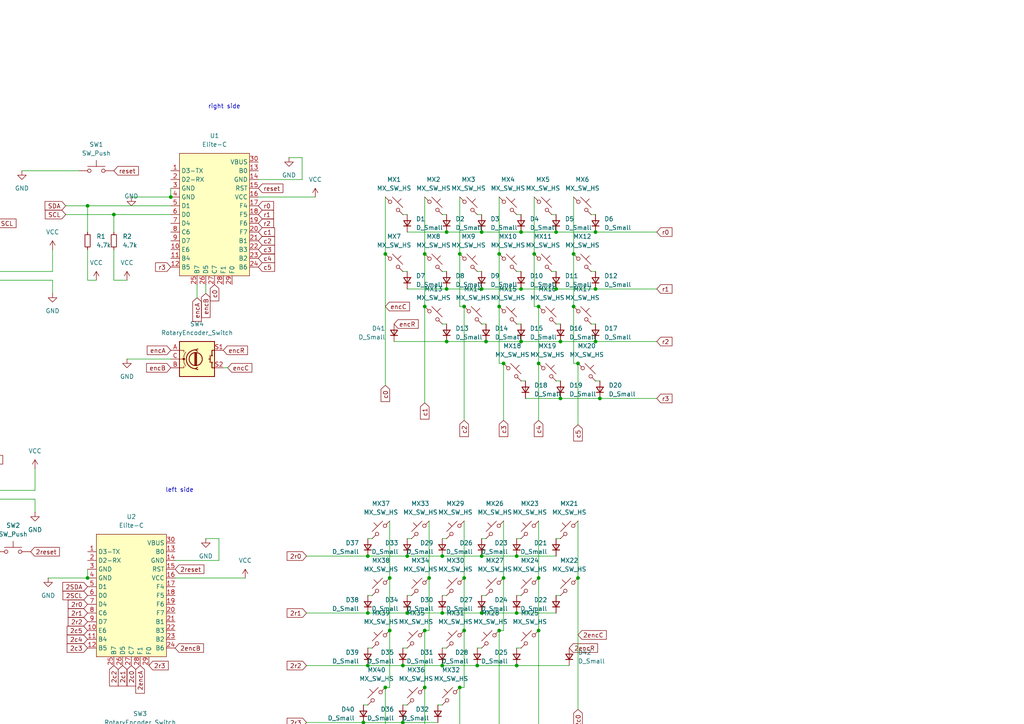
<source format=kicad_sch>
(kicad_sch (version 20231120) (generator "eeschema") (generator_version "8.0")
  (paper "A4")
  (lib_symbols
    (symbol "Connector_Audio:AudioJack4"
      (property "Reference" "J" (at 0 8.89 0))
      (property "Value" "AudioJack4" (at 0 6.35 0))
      (symbol "AudioJack4_1_1"
        (pin passive line (at 5.08 -2.54 180) (length 2.54) (name "~") (number "R1"))
        (pin passive line (at 5.08 0 180) (length 2.54) (name "~") (number "R2"))
        (pin passive line (at 5.08 2.54 180) (length 2.54) (name "~") (number "S"))
        (pin passive line (at 5.08 -5.08 180) (length 2.54) (name "~") (number "T"))
      )
    )
    (symbol "Device:D_Small" (pin_numbers hide) (pin_names (offset 0.254) hide)
      (property "Reference" "D" (at -1.27 2.032 0))
      (property "Value" "D_Small" (at -3.81 -2.032 0))
      (symbol "D_Small_1_1"
        (pin passive line (at -2.54 0 0) (length 1.778) (name "K") (number "1"))
        (pin passive line (at 2.54 0 180) (length 1.778) (name "A") (number "2"))
      )
    )
    (symbol "Device:R_Small" (pin_numbers hide) (pin_names (offset 0.254) hide)
      (property "Reference" "R" (at 0.762 0.508 0))
      (property "Value" "R_Small" (at 0.762 -1.016 0))
      (symbol "R_Small_1_1"
        (pin passive line (at 0 2.54 270) (length 0.762) (name "~") (number "1"))
        (pin passive line (at 0 -2.54 90) (length 0.762) (name "~") (number "2"))
      )
    )
    (symbol "Device:RotaryEncoder_Switch" (pin_names (offset 0.254) hide)
      (property "Reference" "SW" (at 0 6.604 0))
      (property "Value" "RotaryEncoder_Switch" (at 0 -6.604 0))
      (symbol "RotaryEncoder_Switch_1_1"
        (pin passive line (at -7.62 2.54 0) (length 2.54) (name "A") (number "A"))
        (pin passive line (at -7.62 -2.54 0) (length 2.54) (name "B") (number "B"))
        (pin passive line (at -7.62 0 0) (length 2.54) (name "C") (number "C"))
        (pin passive line (at 7.62 2.54 180) (length 2.54) (name "S1") (number "S1"))
        (pin passive line (at 7.62 -2.54 180) (length 2.54) (name "S2") (number "S2"))
      )
    )
    (symbol "PCM_marbastlib-mx:MX_SW_HS_CPG151101S11" (pin_numbers hide) (pin_names (offset 1.016) hide)
      (property "Reference" "MX" (at 3.048 1.016 0))
      (property "Value" "MX_SW_HS" (at 0 -3.81 0))
      (symbol "MX_SW_HS_CPG151101S11_0_1"
        (pin passive line (at -2.54 2.54 0) (length 0) (name "1") (number "1"))
        (pin passive line (at 2.54 -2.54 180) (length 0) (name "2") (number "2"))
      )
    )
    (symbol "PCM_marbastlib-promicroish:Elite-C" (in_bom no)
      (property "Reference" "U" (at 0 22.86 0))
      (property "Value" "Elite-C" (at 0 20.32 0))
      (symbol "Elite-C_0_0"
        (pin bidirectional line (at -12.7 13.97 0) (length 2.54) (name "D3-TX") (number "1"))
        (pin bidirectional line (at -12.7 -8.89 0) (length 2.54) (name "E6") (number "10"))
        (pin bidirectional line (at -12.7 -11.43 0) (length 2.54) (name "B4") (number "11"))
        (pin bidirectional line (at -12.7 -13.97 0) (length 2.54) (name "B5") (number "12"))
        (pin power_out line (at 12.7 11.43 180) (length 2.54) (name "GND") (number "14"))
        (pin bidirectional line (at 12.7 8.89 180) (length 2.54) (name "RST") (number "15"))
        (pin bidirectional line (at 12.7 3.81 180) (length 2.54) (name "F4") (number "17"))
        (pin bidirectional line (at 12.7 1.27 180) (length 2.54) (name "F5") (number "18"))
        (pin bidirectional line (at 12.7 -1.27 180) (length 2.54) (name "F6") (number "19"))
        (pin bidirectional line (at -12.7 11.43 0) (length 2.54) (name "D2-RX") (number "2"))
        (pin bidirectional line (at 12.7 -3.81 180) (length 2.54) (name "F7") (number "20"))
        (pin bidirectional line (at 12.7 -6.35 180) (length 2.54) (name "B1") (number "21"))
        (pin bidirectional line (at 12.7 -8.89 180) (length 2.54) (name "B3") (number "22"))
        (pin bidirectional line (at 12.7 -11.43 180) (length 2.54) (name "B2") (number "23"))
        (pin bidirectional line (at 12.7 -13.97 180) (length 2.54) (name "B6") (number "24"))
        (pin power_out line (at -12.7 8.89 0) (length 2.54) (name "GND") (number "3"))
        (pin power_out line (at -12.7 6.35 0) (length 2.54) (name "GND") (number "4"))
        (pin bidirectional line (at -12.7 3.81 0) (length 2.54) (name "D1") (number "5"))
        (pin bidirectional line (at -12.7 1.27 0) (length 2.54) (name "D0") (number "6"))
        (pin bidirectional line (at -12.7 -1.27 0) (length 2.54) (name "D4") (number "7"))
        (pin bidirectional line (at -12.7 -3.81 0) (length 2.54) (name "C6") (number "8"))
        (pin bidirectional line (at -12.7 -6.35 0) (length 2.54) (name "D7") (number "9"))
      )
      (symbol "Elite-C_1_0"
        (pin bidirectional line (at 12.7 13.97 180) (length 2.54) (name "B0") (number "13"))
        (pin power_out line (at 12.7 6.35 180) (length 2.54) (name "VCC") (number "16"))
        (pin bidirectional line (at -5.08 -19.05 90) (length 2.54) (name "B7") (number "25"))
        (pin bidirectional line (at -2.54 -19.05 90) (length 2.54) (name "D5") (number "26"))
        (pin bidirectional line (at 0 -19.05 90) (length 2.54) (name "C7") (number "27"))
        (pin bidirectional line (at 2.54 -19.05 90) (length 2.54) (name "F1") (number "28"))
        (pin bidirectional line (at 5.08 -19.05 90) (length 2.54) (name "F0") (number "29"))
        (pin power_in line (at 12.7 16.51 180) (length 2.54) (name "VBUS") (number "30"))
      )
    )
    (symbol "Switch:SW_Push" (pin_numbers hide) (pin_names (offset 1.016) hide)
      (property "Reference" "SW" (at 1.27 2.54 0))
      (property "Value" "SW_Push" (at 0 -1.524 0))
      (symbol "SW_Push_0_1"
        (pin passive line (at -5.08 0 0) (length 2.54) (name "1") (number "1"))
        (pin passive line (at 5.08 0 180) (length 2.54) (name "2") (number "2"))
      )
    )
    (symbol "power:GND" (power) (pin_numbers hide) (pin_names (offset 0) hide)
      (property "Value" "GND" (at 0 -3.81 0))
      (symbol "GND_1_1"
        (pin power_in line (at 0 0 270) (length 0) (name "~") (number "1"))
      )
    )
    (symbol "power:VCC" (power) (pin_numbers hide) (pin_names (offset 0) hide)
      (property "Value" "VCC" (at 0 3.556 0))
      (symbol "VCC_1_1"
        (pin power_in line (at 0 0 90) (length 0) (name "~") (number "1"))
      )
    )
  )
  (junction (at 151.13 67.31))
  (junction (at 162.56 99.06))
  (junction (at 156.21 182.88))
  (junction (at 33.02 62.23))
  (junction (at 139.7 177.8))
  (junction (at 123.19 199.39))
  (junction (at 106.68 161.29))
  (junction (at 139.7 67.31))
  (junction (at 139.7 83.82))
  (junction (at 123.19 88.9))
  (junction (at 25.4 167.64))
  (junction (at 167.64 105.41))
  (junction (at 172.72 67.31))
  (junction (at 129.54 99.06))
  (junction (at 128.27 161.29))
  (junction (at 25.4 59.69))
  (junction (at 128.27 177.8))
  (junction (at 149.86 177.8))
  (junction (at 133.35 73.66))
  (junction (at 140.97 99.06))
  (junction (at 111.76 73.66))
  (junction (at 134.62 182.88))
  (junction (at 128.27 193.04))
  (junction (at 118.11 161.29))
  (junction (at 156.21 88.9))
  (junction (at 172.72 99.06))
  (junction (at 144.78 182.88))
  (junction (at 166.37 88.9))
  (junction (at 144.78 88.9))
  (junction (at 144.78 73.66))
  (junction (at 139.7 161.29))
  (junction (at 172.72 83.82))
  (junction (at 113.03 167.64))
  (junction (at 138.43 193.04))
  (junction (at 151.13 99.06))
  (junction (at 173.99 115.57))
  (junction (at 118.11 177.8))
  (junction (at 116.84 209.55))
  (junction (at 156.21 105.41))
  (junction (at 149.86 161.29))
  (junction (at 123.19 182.88))
  (junction (at 161.29 67.31))
  (junction (at 134.62 88.9))
  (junction (at 49.53 57.15))
  (junction (at 134.62 167.64))
  (junction (at 105.41 209.55))
  (junction (at 106.68 177.8))
  (junction (at 167.64 167.64))
  (junction (at 129.54 83.82))
  (junction (at 151.13 83.82))
  (junction (at 124.46 167.64))
  (junction (at 129.54 67.31))
  (junction (at 123.19 73.66))
  (junction (at 162.56 115.57))
  (junction (at 146.05 105.41))
  (junction (at 146.05 167.64))
  (junction (at 133.35 199.39))
  (junction (at 166.37 73.66))
  (junction (at 106.68 193.04))
  (junction (at 116.84 193.04))
  (junction (at 111.76 199.39))
  (junction (at 156.21 167.64))
  (junction (at 154.94 73.66))
  (junction (at 149.86 193.04))
  (junction (at 161.29 83.82))
  (junction (at 113.03 182.88))
  (wire (pts (xy 171.45 62.23) (xy 172.72 62.23)))
  (wire (pts (xy 140.97 156.21) (xy 139.7 156.21)))
  (wire (pts (xy 151.13 156.21) (xy 149.86 156.21)))
  (wire (pts (xy 166.37 57.15) (xy 166.37 73.66)))
  (wire (pts (xy 133.35 73.66) (xy 133.35 88.9)))
  (wire (pts (xy 167.64 167.64) (xy 167.64 205.74)))
  (wire (pts (xy 116.84 78.74) (xy 118.11 78.74)))
  (wire (pts (xy 128.27 193.04) (xy 116.84 193.04)))
  (wire (pts (xy 134.62 88.9) (xy 134.62 121.92)))
  (wire (pts (xy 167.64 105.41) (xy 167.64 123.19)))
  (wire (pts (xy 156.21 88.9) (xy 156.21 105.41)))
  (wire (pts (xy 74.93 57.15) (xy 91.44 57.15)))
  (wire (pts (xy 133.35 199.39) (xy 133.35 215.9)))
  (wire (pts (xy 124.46 151.13) (xy 124.46 167.64)))
  (wire (pts (xy 172.72 83.82) (xy 190.5 83.82)))
  (wire (pts (xy 25.4 59.69) (xy 25.4 67.31)))
  (wire (pts (xy 129.54 187.96) (xy 128.27 187.96)))
  (wire (pts (xy 171.45 78.74) (xy 172.72 78.74)))
  (wire (pts (xy 25.4 72.39) (xy 25.4 81.28)))
  (wire (pts (xy 129.54 67.31) (xy 139.7 67.31)))
  (wire (pts (xy 25.4 165.1) (xy 25.4 167.64)))
  (wire (pts (xy 63.5 156.21) (xy 59.69 156.21)))
  (wire (pts (xy 128.27 78.74) (xy 129.54 78.74)))
  (wire (pts (xy 116.84 193.04) (xy 106.68 193.04)))
  (wire (pts (xy 156.21 151.13) (xy 156.21 167.64)))
  (wire (pts (xy 114.3 99.06) (xy 129.54 99.06)))
  (wire (pts (xy 123.19 199.39) (xy 123.19 215.9)))
  (wire (pts (xy 107.95 187.96) (xy 106.68 187.96)))
  (wire (pts (xy 138.43 62.23) (xy 139.7 62.23)))
  (wire (pts (xy 133.35 88.9) (xy 134.62 88.9)))
  (wire (pts (xy 118.11 187.96) (xy 116.84 187.96)))
  (wire (pts (xy 106.68 177.8) (xy 88.9 177.8)))
  (wire (pts (xy 19.05 62.23) (xy 33.02 62.23)))
  (wire (pts (xy 161.29 177.8) (xy 149.86 177.8)))
  (wire (pts (xy 25.4 81.28) (xy 27.94 81.28)))
  (wire (pts (xy -5.08 64.77) (xy -5.08 83.82)))
  (wire (pts (xy 149.86 193.04) (xy 138.43 193.04)))
  (wire (pts (xy 59.69 85.09) (xy 59.69 82.55)))
  (wire (pts (xy 113.03 167.64) (xy 113.03 182.88)))
  (wire (pts (xy 152.4 115.57) (xy 162.56 115.57)))
  (wire (pts (xy 123.19 57.15) (xy 123.19 73.66)))
  (wire (pts (xy 167.64 151.13) (xy 167.64 167.64)))
  (wire (pts (xy 151.13 110.49) (xy 152.4 110.49)))
  (wire (pts (xy 134.62 199.39) (xy 133.35 199.39)))
  (wire (pts (xy 33.02 62.23) (xy 33.02 67.31)))
  (wire (pts (xy 128.27 204.47) (xy 127 204.47)))
  (wire (pts (xy -5.08 83.82) (xy -30.48 83.82)))
  (wire (pts (xy 38.1 57.15) (xy 49.53 57.15)))
  (wire (pts (xy 162.56 115.57) (xy 173.99 115.57)))
  (wire (pts (xy 15.24 72.39) (xy 15.24 78.74)))
  (wire (pts (xy -35.56 142.24) (xy 10.16 142.24)))
  (wire (pts (xy 128.27 177.8) (xy 118.11 177.8)))
  (wire (pts (xy 123.19 182.88) (xy 123.19 199.39)))
  (wire (pts (xy 87.63 45.72) (xy 83.82 45.72)))
  (wire (pts (xy 166.37 105.41) (xy 167.64 105.41)))
  (wire (pts (xy 123.19 73.66) (xy 123.19 88.9)))
  (wire (pts (xy 154.94 73.66) (xy 154.94 88.9)))
  (wire (pts (xy 166.37 73.66) (xy 166.37 88.9)))
  (wire (pts (xy 160.02 78.74) (xy 161.29 78.74)))
  (wire (pts (xy 171.45 93.98) (xy 172.72 93.98)))
  (wire (pts (xy 144.78 182.88) (xy 144.78 215.9)))
  (wire (pts (xy 146.05 151.13) (xy 146.05 167.64)))
  (wire (pts (xy 149.86 78.74) (xy 151.13 78.74)))
  (wire (pts (xy 118.11 67.31) (xy 129.54 67.31)))
  (wire (pts (xy 146.05 182.88) (xy 144.78 182.88)))
  (wire (pts (xy -30.48 78.74) (xy 15.24 78.74)))
  (wire (pts (xy 113.03 182.88) (xy 113.03 199.39)))
  (wire (pts (xy 138.43 78.74) (xy 139.7 78.74)))
  (wire (pts (xy 140.97 172.72) (xy 139.7 172.72)))
  (wire (pts (xy 144.78 88.9) (xy 144.78 105.41)))
  (wire (pts (xy -16.51 128.27) (xy -16.51 139.7)))
  (wire (pts (xy 113.03 151.13) (xy 113.03 167.64)))
  (wire (pts (xy 156.21 182.88) (xy 156.21 210.82)))
  (wire (pts (xy 106.68 204.47) (xy 105.41 204.47)))
  (wire (pts (xy 139.7 177.8) (xy 128.27 177.8)))
  (wire (pts (xy 128.27 161.29) (xy 118.11 161.29)))
  (wire (pts (xy -10.16 147.32) (xy -35.56 147.32)))
  (wire (pts (xy 63.5 162.56) (xy 50.8 162.56)))
  (wire (pts (xy 113.03 199.39) (xy 111.76 199.39)))
  (wire (pts (xy -5.08 64.77) (xy -1.27 64.77)))
  (wire (pts (xy 128.27 93.98) (xy 129.54 93.98)))
  (wire (pts (xy -16.51 139.7) (xy -35.56 139.7)))
  (wire (pts (xy 25.4 59.69) (xy 49.53 59.69)))
  (wire (pts (xy 50.8 167.64) (xy 71.12 167.64)))
  (wire (pts (xy 6.35 49.53) (xy 22.86 49.53)))
  (wire (pts (xy 139.7 161.29) (xy 128.27 161.29)))
  (wire (pts (xy 133.35 57.15) (xy 133.35 73.66)))
  (wire (pts (xy 144.78 57.15) (xy 144.78 73.66)))
  (wire (pts (xy 19.05 59.69) (xy 25.4 59.69)))
  (wire (pts (xy 139.7 187.96) (xy 138.43 187.96)))
  (wire (pts (xy 119.38 156.21) (xy 118.11 156.21)))
  (wire (pts (xy 123.19 88.9) (xy 123.19 116.84)))
  (wire (pts (xy 172.72 110.49) (xy 173.99 110.49)))
  (wire (pts (xy 33.02 81.28) (xy 36.83 81.28)))
  (wire (pts (xy 161.29 83.82) (xy 172.72 83.82)))
  (wire (pts (xy 140.97 99.06) (xy 151.13 99.06)))
  (wire (pts (xy 139.7 67.31) (xy 151.13 67.31)))
  (wire (pts (xy 146.05 167.64) (xy 146.05 182.88)))
  (wire (pts (xy 134.62 151.13) (xy 134.62 167.64)))
  (wire (pts (xy 149.86 161.29) (xy 139.7 161.29)))
  (wire (pts (xy 87.63 52.07) (xy 74.93 52.07)))
  (wire (pts (xy 128.27 62.23) (xy 129.54 62.23)))
  (wire (pts (xy -10.16 133.35) (xy -10.16 147.32)))
  (wire (pts (xy 151.13 187.96) (xy 149.86 187.96)))
  (wire (pts (xy 166.37 88.9) (xy 166.37 105.41)))
  (wire (pts (xy 161.29 93.98) (xy 162.56 93.98)))
  (wire (pts (xy 156.21 167.64) (xy 156.21 182.88)))
  (wire (pts (xy 36.83 104.14) (xy 49.53 104.14)))
  (wire (pts (xy 154.94 57.15) (xy 154.94 73.66)))
  (wire (pts (xy 156.21 105.41) (xy 156.21 121.92)))
  (wire (pts (xy 151.13 67.31) (xy 161.29 67.31)))
  (wire (pts (xy 57.15 86.36) (xy 57.15 82.55)))
  (wire (pts (xy -17.78 160.02) (xy -1.27 160.02)))
  (wire (pts (xy 161.29 67.31) (xy 172.72 67.31)))
  (wire (pts (xy 144.78 73.66) (xy 144.78 88.9)))
  (wire (pts (xy 111.76 199.39) (xy 111.76 217.17)))
  (wire (pts (xy 33.02 62.23) (xy 49.53 62.23)))
  (wire (pts (xy 173.99 115.57) (xy 190.5 115.57)))
  (wire (pts (xy 118.11 161.29) (xy 106.68 161.29)))
  (wire (pts (xy 172.72 67.31) (xy 190.5 67.31)))
  (wire (pts (xy 66.04 106.68) (xy 64.77 106.68)))
  (wire (pts (xy 149.86 93.98) (xy 151.13 93.98)))
  (wire (pts (xy 134.62 167.64) (xy 134.62 182.88)))
  (wire (pts (xy 129.54 99.06) (xy 140.97 99.06)))
  (wire (pts (xy 116.84 62.23) (xy 118.11 62.23)))
  (wire (pts (xy 127 209.55) (xy 116.84 209.55)))
  (wire (pts (xy 138.43 193.04) (xy 128.27 193.04)))
  (wire (pts (xy 33.02 72.39) (xy 33.02 81.28)))
  (wire (pts (xy 146.05 105.41) (xy 146.05 121.92)))
  (wire (pts (xy 63.5 156.21) (xy 63.5 162.56)))
  (wire (pts (xy 124.46 182.88) (xy 123.19 182.88)))
  (wire (pts (xy -11.43 76.2) (xy -30.48 76.2)))
  (wire (pts (xy 13.97 167.64) (xy 25.4 167.64)))
  (wire (pts (xy 134.62 182.88) (xy 134.62 199.39)))
  (wire (pts (xy 118.11 204.47) (xy 116.84 204.47)))
  (wire (pts (xy 124.46 167.64) (xy 124.46 182.88)))
  (wire (pts (xy 154.94 88.9) (xy 156.21 88.9)))
  (wire (pts (xy 160.02 62.23) (xy 161.29 62.23)))
  (wire (pts (xy 87.63 45.72) (xy 87.63 52.07)))
  (wire (pts (xy 105.41 209.55) (xy 88.9 209.55)))
  (wire (pts (xy 129.54 172.72) (xy 128.27 172.72)))
  (wire (pts (xy 172.72 99.06) (xy 190.5 99.06)))
  (wire (pts (xy 161.29 161.29) (xy 149.86 161.29)))
  (wire (pts (xy 106.68 161.29) (xy 88.9 161.29)))
  (wire (pts (xy 162.56 156.21) (xy 161.29 156.21)))
  (wire (pts (xy 107.95 156.21) (xy 106.68 156.21)))
  (wire (pts (xy 116.84 209.55) (xy 105.41 209.55)))
  (wire (pts (xy 162.56 172.72) (xy 161.29 172.72)))
  (wire (pts (xy 119.38 172.72) (xy 118.11 172.72)))
  (wire (pts (xy 19.05 217.17) (xy 33.02 217.17)))
  (wire (pts (xy -11.43 64.77) (xy -11.43 76.2)))
  (wire (pts (xy 111.76 57.15) (xy 111.76 73.66)))
  (wire (pts (xy 118.11 83.82) (xy 129.54 83.82)))
  (wire (pts (xy 107.95 172.72) (xy 106.68 172.72)))
  (wire (pts (xy 139.7 93.98) (xy 140.97 93.98)))
  (wire (pts (xy -35.56 144.78) (xy 10.16 144.78)))
  (wire (pts (xy 111.76 73.66) (xy 111.76 111.76)))
  (wire (pts (xy 162.56 99.06) (xy 172.72 99.06)))
  (wire (pts (xy 149.86 62.23) (xy 151.13 62.23)))
  (wire (pts (xy 129.54 83.82) (xy 139.7 83.82)))
  (wire (pts (xy 139.7 83.82) (xy 151.13 83.82)))
  (wire (pts (xy 106.68 193.04) (xy 88.9 193.04)))
  (wire (pts (xy 151.13 99.06) (xy 162.56 99.06)))
  (wire (pts (xy -10.16 133.35) (xy -6.35 133.35)))
  (wire (pts (xy 161.29 110.49) (xy 162.56 110.49)))
  (wire (pts (xy 151.13 172.72) (xy 149.86 172.72)))
  (wire (pts (xy 149.86 193.04) (xy 165.1 193.04)))
  (wire (pts (xy 15.24 81.28) (xy 15.24 85.09)))
  (wire (pts (xy -30.48 81.28) (xy 15.24 81.28)))
  (wire (pts (xy 118.11 177.8) (xy 106.68 177.8)))
  (wire (pts (xy 10.16 135.89) (xy 10.16 142.24)))
  (wire (pts (xy 10.16 144.78) (xy 10.16 148.59)))
  (wire (pts (xy 129.54 156.21) (xy 128.27 156.21)))
  (wire (pts (xy 151.13 83.82) (xy 161.29 83.82)))
  (wire (pts (xy 144.78 105.41) (xy 146.05 105.41)))
  (wire (pts (xy 149.86 177.8) (xy 139.7 177.8)))
  (wire (pts (xy 49.53 54.61) (xy 49.53 57.15)))
  (text "left side \n" (at 52.578 142.24 0) (effects (font (size 1.27 1.27))))
  (text "right side " (at 65.532 30.988 0) (effects (font (size 1.27 1.27))))
  (global_label "2reset" (shape input) (at 8.89 160.02 0) (property "Intersheetrefs" "${INTERSHEET_REFS}" (effects (hide yes))))
  (global_label "r3" (shape input) (at 49.53 77.47 180) (property "Intersheetrefs" "${INTERSHEET_REFS}" (effects (hide yes))))
  (global_label "2c1" (shape input) (at 35.56 193.04 270) (property "Intersheetrefs" "${INTERSHEET_REFS}" (effects (hide yes))))
  (global_label "encA" (shape input) (at 49.53 101.6 180) (property "Intersheetrefs" "${INTERSHEET_REFS}" (effects (hide yes))))
  (global_label "encR" (shape input) (at 114.3 93.98 0) (property "Intersheetrefs" "${INTERSHEET_REFS}" (effects (hide yes))))
  (global_label "2c3" (shape input) (at 25.4 187.96 180) (property "Intersheetrefs" "${INTERSHEET_REFS}" (effects (hide yes))))
  (global_label "2r2" (shape input) (at 88.9 193.04 180) (property "Intersheetrefs" "${INTERSHEET_REFS}" (effects (hide yes))))
  (global_label "encB" (shape input) (at 59.69 85.09 270) (property "Intersheetrefs" "${INTERSHEET_REFS}" (effects (hide yes))))
  (global_label "2SDA" (shape input) (at -16.51 128.27 0) (property "Intersheetrefs" "${INTERSHEET_REFS}" (effects (hide yes))))
  (global_label "2encB" (shape input) (at 33.02 219.71 180) (property "Intersheetrefs" "${INTERSHEET_REFS}" (effects (hide yes))))
  (global_label "encB" (shape input) (at 49.53 106.68 180) (property "Intersheetrefs" "${INTERSHEET_REFS}" (effects (hide yes))))
  (global_label "2r1" (shape input) (at 88.9 177.8 180) (property "Intersheetrefs" "${INTERSHEET_REFS}" (effects (hide yes))))
  (global_label "2encA" (shape input) (at 40.64 193.04 270) (property "Intersheetrefs" "${INTERSHEET_REFS}" (effects (hide yes))))
  (global_label "2r0" (shape input) (at 25.4 175.26 180) (property "Intersheetrefs" "${INTERSHEET_REFS}" (effects (hide yes))))
  (global_label "c0" (shape input) (at 62.23 82.55 270) (property "Intersheetrefs" "${INTERSHEET_REFS}" (effects (hide yes))))
  (global_label "r1" (shape input) (at 74.93 62.23 0) (property "Intersheetrefs" "${INTERSHEET_REFS}" (effects (hide yes))))
  (global_label "2c2" (shape input) (at 33.02 193.04 270) (property "Intersheetrefs" "${INTERSHEET_REFS}" (effects (hide yes))))
  (global_label "2c5" (shape input) (at 25.4 182.88 180) (property "Intersheetrefs" "${INTERSHEET_REFS}" (effects (hide yes))))
  (global_label "2encR" (shape input) (at 165.1 187.96 0) (property "Intersheetrefs" "${INTERSHEET_REFS}" (effects (hide yes))))
  (global_label "2r2" (shape input) (at 25.4 180.34 180) (property "Intersheetrefs" "${INTERSHEET_REFS}" (effects (hide yes))))
  (global_label "c5" (shape input) (at 74.93 77.47 0) (property "Intersheetrefs" "${INTERSHEET_REFS}" (effects (hide yes))))
  (global_label "2r0" (shape input) (at 88.9 161.29 180) (property "Intersheetrefs" "${INTERSHEET_REFS}" (effects (hide yes))))
  (global_label "2c5" (shape input) (at 111.76 217.17 270) (property "Intersheetrefs" "${INTERSHEET_REFS}" (effects (hide yes))))
  (global_label "2SCL" (shape input) (at 25.4 172.72 180) (property "Intersheetrefs" "${INTERSHEET_REFS}" (effects (hide yes))))
  (global_label "c1" (shape input) (at 74.93 67.31 0) (property "Intersheetrefs" "${INTERSHEET_REFS}" (effects (hide yes))))
  (global_label "reset" (shape input) (at 74.93 54.61 0) (property "Intersheetrefs" "${INTERSHEET_REFS}" (effects (hide yes))))
  (global_label "r0" (shape input) (at 74.93 59.69 0) (property "Intersheetrefs" "${INTERSHEET_REFS}" (effects (hide yes))))
  (global_label "c5" (shape input) (at 167.64 123.19 270) (property "Intersheetrefs" "${INTERSHEET_REFS}" (effects (hide yes))))
  (global_label "r1" (shape input) (at 190.5 83.82 0) (property "Intersheetrefs" "${INTERSHEET_REFS}" (effects (hide yes))))
  (global_label "SDA" (shape input) (at 19.05 59.69 180) (property "Intersheetrefs" "${INTERSHEET_REFS}" (effects (hide yes))))
  (global_label "SDA" (shape input) (at -11.43 64.77 0) (property "Intersheetrefs" "${INTERSHEET_REFS}" (effects (hide yes))))
  (global_label "2encB" (shape input) (at 50.8 187.96 0) (property "Intersheetrefs" "${INTERSHEET_REFS}" (effects (hide yes))))
  (global_label "2c1" (shape input) (at 156.21 210.82 270) (property "Intersheetrefs" "${INTERSHEET_REFS}" (effects (hide yes))))
  (global_label "c2" (shape input) (at 74.93 69.85 0) (property "Intersheetrefs" "${INTERSHEET_REFS}" (effects (hide yes))))
  (global_label "2r3" (shape input) (at 43.18 193.04 0) (property "Intersheetrefs" "${INTERSHEET_REFS}" (effects (hide yes))))
  (global_label "c2" (shape input) (at 134.62 121.92 270) (property "Intersheetrefs" "${INTERSHEET_REFS}" (effects (hide yes))))
  (global_label "c1" (shape input) (at 123.19 116.84 270) (property "Intersheetrefs" "${INTERSHEET_REFS}" (effects (hide yes))))
  (global_label "encA" (shape input) (at 57.15 86.36 270) (property "Intersheetrefs" "${INTERSHEET_REFS}" (effects (hide yes))))
  (global_label "2c4" (shape input) (at 123.19 215.9 270) (property "Intersheetrefs" "${INTERSHEET_REFS}" (effects (hide yes))))
  (global_label "c3" (shape input) (at 146.05 121.92 270) (property "Intersheetrefs" "${INTERSHEET_REFS}" (effects (hide yes))))
  (global_label "2c3" (shape input) (at 133.35 215.9 270) (property "Intersheetrefs" "${INTERSHEET_REFS}" (effects (hide yes))))
  (global_label "c4" (shape input) (at 156.21 121.92 270) (property "Intersheetrefs" "${INTERSHEET_REFS}" (effects (hide yes))))
  (global_label "encC" (shape input) (at 66.04 106.68 0) (property "Intersheetrefs" "${INTERSHEET_REFS}" (effects (hide yes))))
  (global_label "SCL" (shape input) (at -1.27 64.77 0) (property "Intersheetrefs" "${INTERSHEET_REFS}" (effects (hide yes))))
  (global_label "2encC" (shape input) (at 48.26 219.71 0) (property "Intersheetrefs" "${INTERSHEET_REFS}" (effects (hide yes))))
  (global_label "r0" (shape input) (at 190.5 67.31 0) (property "Intersheetrefs" "${INTERSHEET_REFS}" (effects (hide yes))))
  (global_label "2SCL" (shape input) (at -6.35 133.35 0) (property "Intersheetrefs" "${INTERSHEET_REFS}" (effects (hide yes))))
  (global_label "2reset" (shape input) (at 50.8 165.1 0) (property "Intersheetrefs" "${INTERSHEET_REFS}" (effects (hide yes))))
  (global_label "2c2" (shape input) (at 144.78 215.9 270) (property "Intersheetrefs" "${INTERSHEET_REFS}" (effects (hide yes))))
  (global_label "c3" (shape input) (at 74.93 72.39 0) (property "Intersheetrefs" "${INTERSHEET_REFS}" (effects (hide yes))))
  (global_label "2encR" (shape input) (at 48.26 214.63 0) (property "Intersheetrefs" "${INTERSHEET_REFS}" (effects (hide yes))))
  (global_label "encR" (shape input) (at 64.77 101.6 0) (property "Intersheetrefs" "${INTERSHEET_REFS}" (effects (hide yes))))
  (global_label "2r3" (shape input) (at 88.9 209.55 180) (property "Intersheetrefs" "${INTERSHEET_REFS}" (effects (hide yes))))
  (global_label "2SDA" (shape input) (at 25.4 170.18 180) (property "Intersheetrefs" "${INTERSHEET_REFS}" (effects (hide yes))))
  (global_label "r2" (shape input) (at 190.5 99.06 0) (property "Intersheetrefs" "${INTERSHEET_REFS}" (effects (hide yes))))
  (global_label "2c4" (shape input) (at 25.4 185.42 180) (property "Intersheetrefs" "${INTERSHEET_REFS}" (effects (hide yes))))
  (global_label "2c0" (shape input) (at 38.1 193.04 270) (property "Intersheetrefs" "${INTERSHEET_REFS}" (effects (hide yes))))
  (global_label "2encA" (shape input) (at 33.02 214.63 180) (property "Intersheetrefs" "${INTERSHEET_REFS}" (effects (hide yes))))
  (global_label "2encC" (shape input) (at 167.64 184.15 0) (property "Intersheetrefs" "${INTERSHEET_REFS}" (effects (hide yes))))
  (global_label "r3" (shape input) (at 190.5 115.57 0) (property "Intersheetrefs" "${INTERSHEET_REFS}" (effects (hide yes))))
  (global_label "2c0" (shape input) (at 167.64 205.74 270) (property "Intersheetrefs" "${INTERSHEET_REFS}" (effects (hide yes))))
  (global_label "reset" (shape input) (at 33.02 49.53 0) (property "Intersheetrefs" "${INTERSHEET_REFS}" (effects (hide yes))))
  (global_label "SCL" (shape input) (at 19.05 62.23 180) (property "Intersheetrefs" "${INTERSHEET_REFS}" (effects (hide yes))))
  (global_label "c0" (shape input) (at 111.76 111.76 270) (property "Intersheetrefs" "${INTERSHEET_REFS}" (effects (hide yes))))
  (global_label "c4" (shape input) (at 74.93 74.93 0) (property "Intersheetrefs" "${INTERSHEET_REFS}" (effects (hide yes))))
  (global_label "2r1" (shape input) (at 25.4 177.8 180) (property "Intersheetrefs" "${INTERSHEET_REFS}" (effects (hide yes))))
  (global_label "r2" (shape input) (at 74.93 64.77 0) (property "Intersheetrefs" "${INTERSHEET_REFS}" (effects (hide yes))))
  (global_label "encC" (shape input) (at 111.76 88.9 0) (property "Intersheetrefs" "${INTERSHEET_REFS}" (effects (hide yes))))
  (symbol (lib_id "PCM_marbastlib-mx:MX_SW_HS_CPG151101S11") (at 130.81 201.93 0) (mirror y) (unit 1)
    (property "Reference" "MX32" (at 130.81 194.31 0))
    (property "Value" "MX_SW_HS" (at 130.81 196.85 0))
    (property "Footprint" "PCM_marbastlib-mx:SW_MX_HS_CPG151101S11_1u" (effects (hide yes)))
    (property "Description" "Push button switch, normally open, two pins, 45° tilted, Kailh CPG151101S11 for Cherry MX style switches" (effects (hide yes)))
  )
  (symbol (lib_id "power:GND") (at 19.05 217.17 0) (unit 1)
    (property "Reference" "#PWR016" (effects (hide yes)))
    (property "Value" "GND" (at 19.05 222.25 0))
    (property "Description" "Power symbol creates a global label with name \"GND\" , ground" (effects (hide yes)))
  )
  (symbol (lib_id "PCM_marbastlib-mx:MX_SW_HS_CPG151101S11") (at 143.51 153.67 0) (mirror y) (unit 1)
    (property "Reference" "MX26" (at 143.51 146.05 0))
    (property "Value" "MX_SW_HS" (at 143.51 148.59 0))
    (property "Footprint" "PCM_marbastlib-mx:SW_MX_HS_CPG151101S11_1u" (effects (hide yes)))
    (property "Description" "Push button switch, normally open, two pins, 45° tilted, Kailh CPG151101S11 for Cherry MX style switches" (effects (hide yes)))
  )
  (symbol (lib_id "power:GND") (at 38.1 57.15 0) (unit 1)
    (property "Reference" "#PWR01" (effects (hide yes)))
    (property "Value" "GND" (at 38.1 56.896 0))
    (property "Description" "Power symbol creates a global label with name \"GND\" , ground" (effects (hide yes)))
  )
  (symbol (lib_id "Device:D_Small") (at 138.43 190.5 270) (mirror x) (unit 1)
    (property "Reference" "D28" (at 135.89 189.2299 90) (effects (justify right)))
    (property "Value" "D_Small" (at 135.89 191.7699 90) (effects (justify right)))
    (property "Footprint" "Diode_THT:D_DO-35_SOD27_P5.08mm_Vertical_AnodeUp" (effects (hide yes)))
    (property "Description" "Diode, small symbol" (effects (hide yes)))
    (property "Sim.Device" "D" (effects (hide yes)))
    (property "Sim.Pins" "1=K 2=A" (effects (hide yes)))
  )
  (symbol (lib_id "Device:D_Small") (at 114.3 96.52 270) (mirror x) (unit 1)
    (property "Reference" "D41" (at 111.76 95.2499 90) (effects (justify right)))
    (property "Value" "D_Small" (at 111.76 97.7899 90) (effects (justify right)))
    (property "Footprint" "Diode_THT:D_DO-35_SOD27_P5.08mm_Vertical_AnodeUp" (effects (hide yes)))
    (property "Description" "Diode, small symbol" (effects (hide yes)))
    (property "Sim.Device" "D" (effects (hide yes)))
    (property "Sim.Pins" "1=K 2=A" (effects (hide yes)))
  )
  (symbol (lib_id "Device:D_Small") (at 116.84 207.01 270) (mirror x) (unit 1)
    (property "Reference" "D36" (at 114.3 205.7399 90) (effects (justify right)))
    (property "Value" "D_Small" (at 114.3 208.2799 90) (effects (justify right)))
    (property "Footprint" "Diode_THT:D_DO-35_SOD27_P5.08mm_Vertical_AnodeUp" (effects (hide yes)))
    (property "Description" "Diode, small symbol" (effects (hide yes)))
    (property "Sim.Device" "D" (effects (hide yes)))
    (property "Sim.Pins" "1=K 2=A" (effects (hide yes)))
  )
  (symbol (lib_id "Switch:SW_Push") (at 27.94 49.53 0) (unit 1)
    (property "Reference" "SW1" (at 27.94 41.91 0))
    (property "Value" "SW_Push" (at 27.94 44.45 0))
    (property "Footprint" "PCM_marbastlib-various:SW_SPST_SKQG_WithStem" (effects (hide yes)))
    (property "Description" "Push button switch, generic, two pins" (effects (hide yes)))
  )
  (symbol (lib_id "Device:R_Small") (at 25.4 69.85 0) (unit 1)
    (property "Reference" "R1" (at 27.94 68.5799 0) (effects (justify left)))
    (property "Value" "4.7k" (at 27.94 71.1199 0) (effects (justify left)))
    (property "Footprint" "Resistor_SMD:R_0805_2012Metric_Pad1.20x1.40mm_HandSolder" (effects (hide yes)))
    (property "Description" "Resistor, small symbol" (effects (hide yes)))
  )
  (symbol (lib_id "Device:D_Small") (at 149.86 175.26 270) (mirror x) (unit 1)
    (property "Reference" "D24" (at 147.32 173.9899 90) (effects (justify right)))
    (property "Value" "D_Small" (at 147.32 176.5299 90) (effects (justify right)))
    (property "Footprint" "Diode_THT:D_DO-35_SOD27_P5.08mm_Vertical_AnodeUp" (effects (hide yes)))
    (property "Description" "Diode, small symbol" (effects (hide yes)))
    (property "Sim.Device" "D" (effects (hide yes)))
    (property "Sim.Pins" "1=K 2=A" (effects (hide yes)))
  )
  (symbol (lib_id "PCM_marbastlib-mx:MX_SW_HS_CPG151101S11") (at 132.08 170.18 0) (mirror y) (unit 1)
    (property "Reference" "MX30" (at 132.08 162.56 0))
    (property "Value" "MX_SW_HS" (at 132.08 165.1 0))
    (property "Footprint" "PCM_marbastlib-mx:SW_MX_HS_CPG151101S11_1u" (effects (hide yes)))
    (property "Description" "Push button switch, normally open, two pins, 45° tilted, Kailh CPG151101S11 for Cherry MX style switches" (effects (hide yes)))
  )
  (symbol (lib_id "Device:D_Small") (at 151.13 81.28 90) (unit 1)
    (property "Reference" "D10" (at 153.67 80.0099 90) (effects (justify right)))
    (property "Value" "D_Small" (at 153.67 82.5499 90) (effects (justify right)))
    (property "Footprint" "Diode_THT:D_DO-35_SOD27_P5.08mm_Vertical_AnodeUp" (effects (hide yes)))
    (property "Description" "Diode, small symbol" (effects (hide yes)))
    (property "Sim.Device" "D" (effects (hide yes)))
    (property "Sim.Pins" "1=K 2=A" (effects (hide yes)))
  )
  (symbol (lib_id "power:GND") (at 59.69 156.21 0) (unit 1)
    (property "Reference" "#PWR09" (effects (hide yes)))
    (property "Value" "GND" (at 59.69 161.29 0))
    (property "Description" "Power symbol creates a global label with name \"GND\" , ground" (effects (hide yes)))
  )
  (symbol (lib_id "PCM_marbastlib-mx:MX_SW_HS_CPG151101S11") (at 121.92 170.18 0) (mirror y) (unit 1)
    (property "Reference" "MX34" (at 121.92 162.56 0))
    (property "Value" "MX_SW_HS" (at 121.92 165.1 0))
    (property "Footprint" "PCM_marbastlib-mx:SW_MX_HS_CPG151101S11_1u" (effects (hide yes)))
    (property "Description" "Push button switch, normally open, two pins, 45° tilted, Kailh CPG151101S11 for Cherry MX style switches" (effects (hide yes)))
  )
  (symbol (lib_id "PCM_marbastlib-mx:MX_SW_HS_CPG151101S11") (at 110.49 170.18 0) (mirror y) (unit 1)
    (property "Reference" "MX38" (at 110.49 162.56 0))
    (property "Value" "MX_SW_HS" (at 110.49 165.1 0))
    (property "Footprint" "PCM_marbastlib-mx:SW_MX_HS_CPG151101S11_1u" (effects (hide yes)))
    (property "Description" "Push button switch, normally open, two pins, 45° tilted, Kailh CPG151101S11 for Cherry MX style switches" (effects (hide yes)))
  )
  (symbol (lib_id "Device:D_Small") (at 172.72 96.52 90) (unit 1)
    (property "Reference" "D17" (at 175.26 95.2499 90) (effects (justify right)))
    (property "Value" "D_Small" (at 175.26 97.7899 90) (effects (justify right)))
    (property "Footprint" "Diode_THT:D_DO-35_SOD27_P5.08mm_Vertical_AnodeUp" (effects (hide yes)))
    (property "Description" "Diode, small symbol" (effects (hide yes)))
    (property "Sim.Device" "D" (effects (hide yes)))
    (property "Sim.Pins" "1=K 2=A" (effects (hide yes)))
  )
  (symbol (lib_id "Device:D_Small") (at 162.56 96.52 90) (unit 1)
    (property "Reference" "D16" (at 165.1 95.2499 90) (effects (justify right)))
    (property "Value" "D_Small" (at 165.1 97.7899 90) (effects (justify right)))
    (property "Footprint" "Diode_THT:D_DO-35_SOD27_P5.08mm_Vertical_AnodeUp" (effects (hide yes)))
    (property "Description" "Diode, small symbol" (effects (hide yes)))
    (property "Sim.Device" "D" (effects (hide yes)))
    (property "Sim.Pins" "1=K 2=A" (effects (hide yes)))
  )
  (symbol (lib_id "Device:D_Small") (at 172.72 64.77 90) (unit 1)
    (property "Reference" "D6" (at 175.26 63.4999 90) (effects (justify right)))
    (property "Value" "D_Small" (at 175.26 66.0399 90) (effects (justify right)))
    (property "Footprint" "Diode_THT:D_DO-35_SOD27_P5.08mm_Vertical_AnodeUp" (effects (hide yes)))
    (property "Description" "Diode, small symbol" (effects (hide yes)))
    (property "Sim.Device" "D" (effects (hide yes)))
    (property "Sim.Pins" "1=K 2=A" (effects (hide yes)))
  )
  (symbol (lib_id "PCM_marbastlib-mx:MX_SW_HS_CPG151101S11") (at 147.32 76.2 0) (unit 1)
    (property "Reference" "MX10" (at 147.32 68.58 0))
    (property "Value" "MX_SW_HS" (at 147.32 71.12 0))
    (property "Footprint" "PCM_marbastlib-mx:SW_MX_HS_CPG151101S11_1u" (effects (hide yes)))
    (property "Description" "Push button switch, normally open, two pins, 45° tilted, Kailh CPG151101S11 for Cherry MX style switches" (effects (hide yes)))
  )
  (symbol (lib_id "Device:D_Small") (at 173.99 113.03 90) (unit 1)
    (property "Reference" "D20" (at 176.53 111.7599 90) (effects (justify right)))
    (property "Value" "D_Small" (at 176.53 114.2999 90) (effects (justify right)))
    (property "Footprint" "Diode_THT:D_DO-35_SOD27_P5.08mm_Vertical_AnodeUp" (effects (hide yes)))
    (property "Description" "Diode, small symbol" (effects (hide yes)))
    (property "Sim.Device" "D" (effects (hide yes)))
    (property "Sim.Pins" "1=K 2=A" (effects (hide yes)))
  )
  (symbol (lib_id "power:VCC") (at 15.24 72.39 0) (unit 1)
    (property "Reference" "#PWR04" (effects (hide yes)))
    (property "Value" "VCC" (at 15.24 67.31 0))
    (property "Description" "Power symbol creates a global label with name \"VCC\"" (effects (hide yes)))
  )
  (symbol (lib_id "PCM_marbastlib-promicroish:Elite-C") (at 62.23 63.5 0) (unit 1) (in_bom no)
    (property "Reference" "U1" (at 62.23 39.37 0))
    (property "Value" "Elite-C" (at 62.23 41.91 0))
    (property "Footprint" "PCM_marbastlib-xp-promicroish:Elite-C_ACH" (effects (hide yes)))
    (property "Description" "Symbol for an Elite-C" (effects (hide yes)))
  )
  (symbol (lib_id "PCM_marbastlib-mx:MX_SW_HS_CPG151101S11") (at 135.89 59.69 0) (unit 1)
    (property "Reference" "MX3" (at 135.89 52.07 0))
    (property "Value" "MX_SW_HS" (at 135.89 54.61 0))
    (property "Footprint" "PCM_marbastlib-mx:SW_MX_HS_CPG151101S11_1u" (effects (hide yes)))
    (property "Description" "Push button switch, normally open, two pins, 45° tilted, Kailh CPG151101S11 for Cherry MX style switches" (effects (hide yes)))
  )
  (symbol (lib_id "PCM_marbastlib-mx:MX_SW_HS_CPG151101S11") (at 153.67 185.42 0) (mirror y) (unit 1)
    (property "Reference" "MX25" (at 153.67 177.8 0))
    (property "Value" "MX_SW_HS" (at 153.67 180.34 0))
    (property "Footprint" "PCM_marbastlib-mx:SW_MX_HS_CPG151101S11_1u" (effects (hide yes)))
    (property "Description" "Push button switch, normally open, two pins, 45° tilted, Kailh CPG151101S11 for Cherry MX style switches" (effects (hide yes)))
  )
  (symbol (lib_id "PCM_marbastlib-mx:MX_SW_HS_CPG151101S11") (at 109.22 201.93 0) (mirror y) (unit 1)
    (property "Reference" "MX40" (at 109.22 194.31 0))
    (property "Value" "MX_SW_HS" (at 109.22 196.85 0))
    (property "Footprint" "PCM_marbastlib-mx:SW_MX_HS_CPG151101S11_1u" (effects (hide yes)))
    (property "Description" "Push button switch, normally open, two pins, 45° tilted, Kailh CPG151101S11 for Cherry MX style switches" (effects (hide yes)))
  )
  (symbol (lib_id "PCM_marbastlib-mx:MX_SW_HS_CPG151101S11") (at 137.16 91.44 0) (unit 1)
    (property "Reference" "MX14" (at 137.16 83.82 0))
    (property "Value" "MX_SW_HS" (at 137.16 86.36 0))
    (property "Footprint" "PCM_marbastlib-mx:SW_MX_HS_CPG151101S11_1u" (effects (hide yes)))
    (property "Description" "Push button switch, normally open, two pins, 45° tilted, Kailh CPG151101S11 for Cherry MX style switches" (effects (hide yes)))
  )
  (symbol (lib_id "Device:D_Small") (at 128.27 175.26 270) (mirror x) (unit 1)
    (property "Reference" "D30" (at 125.73 173.9899 90) (effects (justify right)))
    (property "Value" "D_Small" (at 125.73 176.5299 90) (effects (justify right)))
    (property "Footprint" "Diode_THT:D_DO-35_SOD27_P5.08mm_Vertical_AnodeUp" (effects (hide yes)))
    (property "Description" "Diode, small symbol" (effects (hide yes)))
    (property "Sim.Device" "D" (effects (hide yes)))
    (property "Sim.Pins" "1=K 2=A" (effects (hide yes)))
  )
  (symbol (lib_id "Device:D_Small") (at 139.7 64.77 90) (unit 1)
    (property "Reference" "D3" (at 142.24 63.4999 90) (effects (justify right)))
    (property "Value" "D_Small" (at 142.24 66.0399 90) (effects (justify right)))
    (property "Footprint" "Diode_THT:D_DO-35_SOD27_P5.08mm_Vertical_AnodeUp" (effects (hide yes)))
    (property "Description" "Diode, small symbol" (effects (hide yes)))
    (property "Sim.Device" "D" (effects (hide yes)))
    (property "Sim.Pins" "1=K 2=A" (effects (hide yes)))
  )
  (symbol (lib_id "Device:D_Small") (at 118.11 64.77 90) (unit 1)
    (property "Reference" "D1" (at 120.65 63.4999 90) (effects (justify right)))
    (property "Value" "D_Small" (at 120.65 66.0399 90) (effects (justify right)))
    (property "Footprint" "Diode_THT:D_DO-35_SOD27_P5.08mm_Vertical_AnodeUp" (effects (hide yes)))
    (property "Description" "Diode, small symbol" (effects (hide yes)))
    (property "Sim.Device" "D" (effects (hide yes)))
    (property "Sim.Pins" "1=K 2=A" (effects (hide yes)))
  )
  (symbol (lib_id "Device:D_Small") (at 139.7 175.26 270) (mirror x) (unit 1)
    (property "Reference" "D27" (at 137.16 173.9899 90) (effects (justify right)))
    (property "Value" "D_Small" (at 137.16 176.5299 90) (effects (justify right)))
    (property "Footprint" "Diode_THT:D_DO-35_SOD27_P5.08mm_Vertical_AnodeUp" (effects (hide yes)))
    (property "Description" "Diode, small symbol" (effects (hide yes)))
    (property "Sim.Device" "D" (effects (hide yes)))
    (property "Sim.Pins" "1=K 2=A" (effects (hide yes)))
  )
  (symbol (lib_id "PCM_marbastlib-mx:MX_SW_HS_CPG151101S11") (at 147.32 59.69 0) (unit 1)
    (property "Reference" "MX4" (at 147.32 52.07 0))
    (property "Value" "MX_SW_HS" (at 147.32 54.61 0))
    (property "Footprint" "PCM_marbastlib-mx:SW_MX_HS_CPG151101S11_1u" (effects (hide yes)))
    (property "Description" "Push button switch, normally open, two pins, 45° tilted, Kailh CPG151101S11 for Cherry MX style switches" (effects (hide yes)))
  )
  (symbol (lib_id "Device:D_Small") (at 165.1 190.5 90) (unit 1)
    (property "Reference" "D42" (at 167.64 189.2299 90) (effects (justify right)))
    (property "Value" "D_Small" (at 167.64 191.7699 90) (effects (justify right)))
    (property "Footprint" "Diode_THT:D_DO-35_SOD27_P5.08mm_Vertical_AnodeUp" (effects (hide yes)))
    (property "Description" "Diode, small symbol" (effects (hide yes)))
    (property "Sim.Device" "D" (effects (hide yes)))
    (property "Sim.Pins" "1=K 2=A" (effects (hide yes)))
  )
  (symbol (lib_id "PCM_marbastlib-mx:MX_SW_HS_CPG151101S11") (at 158.75 107.95 0) (unit 1)
    (property "Reference" "MX19" (at 158.75 100.33 0))
    (property "Value" "MX_SW_HS" (at 158.75 102.87 0))
    (property "Footprint" "PCM_marbastlib-mx:SW_MX_HS_CPG151101S11_1u" (effects (hide yes)))
    (property "Description" "Push button switch, normally open, two pins, 45° tilted, Kailh CPG151101S11 for Cherry MX style switches" (effects (hide yes)))
  )
  (symbol (lib_id "Device:D_Small") (at 152.4 113.03 90) (unit 1)
    (property "Reference" "D18" (at 154.94 111.7599 90) (effects (justify right)))
    (property "Value" "D_Small" (at 154.94 114.2999 90) (effects (justify right)))
    (property "Footprint" "Diode_THT:D_DO-35_SOD27_P5.08mm_Vertical_AnodeUp" (effects (hide yes)))
    (property "Description" "Diode, small symbol" (effects (hide yes)))
    (property "Sim.Device" "D" (effects (hide yes)))
    (property "Sim.Pins" "1=K 2=A" (effects (hide yes)))
  )
  (symbol (lib_id "Device:D_Small") (at 118.11 158.75 270) (mirror x) (unit 1)
    (property "Reference" "D33" (at 115.57 157.4799 90) (effects (justify right)))
    (property "Value" "D_Small" (at 115.57 160.0199 90) (effects (justify right)))
    (property "Footprint" "Diode_THT:D_DO-35_SOD27_P5.08mm_Vertical_AnodeUp" (effects (hide yes)))
    (property "Description" "Diode, small symbol" (effects (hide yes)))
    (property "Sim.Device" "D" (effects (hide yes)))
    (property "Sim.Pins" "1=K 2=A" (effects (hide yes)))
  )
  (symbol (lib_id "PCM_marbastlib-mx:MX_SW_HS_CPG151101S11") (at 157.48 59.69 0) (unit 1)
    (property "Reference" "MX5" (at 157.48 52.07 0))
    (property "Value" "MX_SW_HS" (at 157.48 54.61 0))
    (property "Footprint" "PCM_marbastlib-mx:SW_MX_HS_CPG151101S11_1u" (effects (hide yes)))
    (property "Description" "Push button switch, normally open, two pins, 45° tilted, Kailh CPG151101S11 for Cherry MX style switches" (effects (hide yes)))
  )
  (symbol (lib_id "PCM_marbastlib-mx:MX_SW_HS_CPG151101S11") (at 148.59 107.95 0) (unit 1)
    (property "Reference" "MX18" (at 148.59 100.33 0))
    (property "Value" "MX_SW_HS" (at 148.59 102.87 0))
    (property "Footprint" "PCM_marbastlib-mx:SW_MX_HS_CPG151101S11_1u" (effects (hide yes)))
    (property "Description" "Push button switch, normally open, two pins, 45° tilted, Kailh CPG151101S11 for Cherry MX style switches" (effects (hide yes)))
  )
  (symbol (lib_id "PCM_marbastlib-mx:MX_SW_HS_CPG151101S11") (at 168.91 59.69 0) (unit 1)
    (property "Reference" "MX6" (at 168.91 52.07 0))
    (property "Value" "MX_SW_HS" (at 168.91 54.61 0))
    (property "Footprint" "PCM_marbastlib-mx:SW_MX_HS_CPG151101S11_1u" (effects (hide yes)))
    (property "Description" "Push button switch, normally open, two pins, 45° tilted, Kailh CPG151101S11 for Cherry MX style switches" (effects (hide yes)))
  )
  (symbol (lib_id "PCM_marbastlib-mx:MX_SW_HS_CPG151101S11") (at 120.65 185.42 0) (mirror y) (unit 1)
    (property "Reference" "MX35" (at 120.65 177.8 0))
    (property "Value" "MX_SW_HS" (at 120.65 180.34 0))
    (property "Footprint" "PCM_marbastlib-mx:SW_MX_HS_CPG151101S11_1u" (effects (hide yes)))
    (property "Description" "Push button switch, normally open, two pins, 45° tilted, Kailh CPG151101S11 for Cherry MX style switches" (effects (hide yes)))
  )
  (symbol (lib_id "Device:D_Small") (at 149.86 158.75 270) (mirror x) (unit 1)
    (property "Reference" "D23" (at 147.32 157.4799 90) (effects (justify right)))
    (property "Value" "D_Small" (at 147.32 160.0199 90) (effects (justify right)))
    (property "Footprint" "Diode_THT:D_DO-35_SOD27_P5.08mm_Vertical_AnodeUp" (effects (hide yes)))
    (property "Description" "Diode, small symbol" (effects (hide yes)))
    (property "Sim.Device" "D" (effects (hide yes)))
    (property "Sim.Pins" "1=K 2=A" (effects (hide yes)))
  )
  (symbol (lib_id "Device:D_Small") (at 118.11 175.26 270) (mirror x) (unit 1)
    (property "Reference" "D34" (at 115.57 173.9899 90) (effects (justify right)))
    (property "Value" "D_Small" (at 115.57 176.5299 90) (effects (justify right)))
    (property "Footprint" "Diode_THT:D_DO-35_SOD27_P5.08mm_Vertical_AnodeUp" (effects (hide yes)))
    (property "Description" "Diode, small symbol" (effects (hide yes)))
    (property "Sim.Device" "D" (effects (hide yes)))
    (property "Sim.Pins" "1=K 2=A" (effects (hide yes)))
  )
  (symbol (lib_id "PCM_marbastlib-mx:MX_SW_HS_CPG151101S11") (at 110.49 185.42 0) (mirror y) (unit 1)
    (property "Reference" "MX39" (at 110.49 177.8 0))
    (property "Value" "MX_SW_HS" (at 110.49 180.34 0))
    (property "Footprint" "PCM_marbastlib-mx:SW_MX_HS_CPG151101S11_1u" (effects (hide yes)))
    (property "Description" "Push button switch, normally open, two pins, 45° tilted, Kailh CPG151101S11 for Cherry MX style switches" (effects (hide yes)))
  )
  (symbol (lib_id "PCM_marbastlib-mx:MX_SW_HS_CPG151101S11") (at 147.32 91.44 0) (unit 1)
    (property "Reference" "MX15" (at 147.32 83.82 0))
    (property "Value" "MX_SW_HS" (at 147.32 86.36 0))
    (property "Footprint" "PCM_marbastlib-mx:SW_MX_HS_CPG151101S11_1u" (effects (hide yes)))
    (property "Description" "Push button switch, normally open, two pins, 45° tilted, Kailh CPG151101S11 for Cherry MX style switches" (effects (hide yes)))
  )
  (symbol (lib_id "Device:D_Small") (at 161.29 175.26 270) (mirror x) (unit 1)
    (property "Reference" "D22" (at 158.75 173.9899 90) (effects (justify right)))
    (property "Value" "D_Small" (at 158.75 176.5299 90) (effects (justify right)))
    (property "Footprint" "Diode_THT:D_DO-35_SOD27_P5.08mm_Vertical_AnodeUp" (effects (hide yes)))
    (property "Description" "Diode, small symbol" (effects (hide yes)))
    (property "Sim.Device" "D" (effects (hide yes)))
    (property "Sim.Pins" "1=K 2=A" (effects (hide yes)))
  )
  (symbol (lib_id "Device:D_Small") (at 116.84 190.5 270) (mirror x) (unit 1)
    (property "Reference" "D35" (at 114.3 189.2299 90) (effects (justify right)))
    (property "Value" "D_Small" (at 114.3 191.7699 90) (effects (justify right)))
    (property "Footprint" "Diode_THT:D_DO-35_SOD27_P5.08mm_Vertical_AnodeUp" (effects (hide yes)))
    (property "Description" "Diode, small symbol" (effects (hide yes)))
    (property "Sim.Device" "D" (effects (hide yes)))
    (property "Sim.Pins" "1=K 2=A" (effects (hide yes)))
  )
  (symbol (lib_id "Device:D_Small") (at 106.68 175.26 270) (mirror x) (unit 1)
    (property "Reference" "D38" (at 104.14 173.9899 90) (effects (justify right)))
    (property "Value" "D_Small" (at 104.14 176.5299 90) (effects (justify right)))
    (property "Footprint" "Diode_THT:D_DO-35_SOD27_P5.08mm_Vertical_AnodeUp" (effects (hide yes)))
    (property "Description" "Diode, small symbol" (effects (hide yes)))
    (property "Sim.Device" "D" (effects (hide yes)))
    (property "Sim.Pins" "1=K 2=A" (effects (hide yes)))
  )
  (symbol (lib_id "Device:D_Small") (at 128.27 190.5 270) (mirror x) (unit 1)
    (property "Reference" "D31" (at 125.73 189.2299 90) (effects (justify right)))
    (property "Value" "D_Small" (at 125.73 191.7699 90) (effects (justify right)))
    (property "Footprint" "Diode_THT:D_DO-35_SOD27_P5.08mm_Vertical_AnodeUp" (effects (hide yes)))
    (property "Description" "Diode, small symbol" (effects (hide yes)))
    (property "Sim.Device" "D" (effects (hide yes)))
    (property "Sim.Pins" "1=K 2=A" (effects (hide yes)))
  )
  (symbol (lib_id "Device:D_Small") (at 129.54 81.28 90) (unit 1)
    (property "Reference" "D8" (at 132.08 80.0099 90) (effects (justify right)))
    (property "Value" "D_Small" (at 132.08 82.5499 90) (effects (justify right)))
    (property "Footprint" "Diode_THT:D_DO-35_SOD27_P5.08mm_Vertical_AnodeUp" (effects (hide yes)))
    (property "Description" "Diode, small symbol" (effects (hide yes)))
    (property "Sim.Device" "D" (effects (hide yes)))
    (property "Sim.Pins" "1=K 2=A" (effects (hide yes)))
  )
  (symbol (lib_id "power:GND") (at 15.24 85.09 0) (unit 1)
    (property "Reference" "#PWR03" (effects (hide yes)))
    (property "Value" "GND" (at 15.24 90.17 0))
    (property "Description" "Power symbol creates a global label with name \"GND\" , ground" (effects (hide yes)))
  )
  (symbol (lib_id "PCM_marbastlib-mx:MX_SW_HS_CPG151101S11") (at 170.18 107.95 0) (unit 1)
    (property "Reference" "MX20" (at 170.18 100.33 0))
    (property "Value" "MX_SW_HS" (at 170.18 102.87 0))
    (property "Footprint" "PCM_marbastlib-mx:SW_MX_HS_CPG151101S11_1u" (effects (hide yes)))
    (property "Description" "Push button switch, normally open, two pins, 45° tilted, Kailh CPG151101S11 for Cherry MX style switches" (effects (hide yes)))
  )
  (symbol (lib_id "PCM_marbastlib-mx:MX_SW_HS_CPG151101S11") (at 114.3 76.2 0) (unit 1)
    (property "Reference" "MX7" (at 114.3 68.58 0))
    (property "Value" "MX_SW_HS" (at 114.3 71.12 0))
    (property "Footprint" "PCM_marbastlib-mx:SW_MX_HS_CPG151101S11_1u" (effects (hide yes)))
    (property "Description" "Push button switch, normally open, two pins, 45° tilted, Kailh CPG151101S11 for Cherry MX style switches" (effects (hide yes)))
  )
  (symbol (lib_id "PCM_marbastlib-mx:MX_SW_HS_CPG151101S11") (at 125.73 59.69 0) (unit 1)
    (property "Reference" "MX2" (at 125.73 52.07 0))
    (property "Value" "MX_SW_HS" (at 125.73 54.61 0))
    (property "Footprint" "PCM_marbastlib-mx:SW_MX_HS_CPG151101S11_1u" (effects (hide yes)))
    (property "Description" "Push button switch, normally open, two pins, 45° tilted, Kailh CPG151101S11 for Cherry MX style switches" (effects (hide yes)))
  )
  (symbol (lib_id "PCM_marbastlib-mx:MX_SW_HS_CPG151101S11") (at 132.08 153.67 0) (mirror y) (unit 1)
    (property "Reference" "MX29" (at 132.08 146.05 0))
    (property "Value" "MX_SW_HS" (at 132.08 148.59 0))
    (property "Footprint" "PCM_marbastlib-mx:SW_MX_HS_CPG151101S11_1u" (effects (hide yes)))
    (property "Description" "Push button switch, normally open, two pins, 45° tilted, Kailh CPG151101S11 for Cherry MX style switches" (effects (hide yes)))
  )
  (symbol (lib_id "power:VCC") (at 27.94 81.28 0) (unit 1)
    (property "Reference" "#PWR013" (effects (hide yes)))
    (property "Value" "VCC" (at 27.94 76.2 0))
    (property "Description" "Power symbol creates a global label with name \"VCC\"" (effects (hide yes)))
  )
  (symbol (lib_id "Device:D_Small") (at 161.29 81.28 90) (unit 1)
    (property "Reference" "D11" (at 163.83 80.0099 90) (effects (justify right)))
    (property "Value" "D_Small" (at 163.83 82.5499 90) (effects (justify right)))
    (property "Footprint" "Diode_THT:D_DO-35_SOD27_P5.08mm_Vertical_AnodeUp" (effects (hide yes)))
    (property "Description" "Diode, small symbol" (effects (hide yes)))
    (property "Sim.Device" "D" (effects (hide yes)))
    (property "Sim.Pins" "1=K 2=A" (effects (hide yes)))
  )
  (symbol (lib_id "Device:D_Small") (at 149.86 190.5 270) (mirror x) (unit 1)
    (property "Reference" "D25" (at 147.32 189.2299 90) (effects (justify right)))
    (property "Value" "D_Small" (at 147.32 191.7699 90) (effects (justify right)))
    (property "Footprint" "Diode_THT:D_DO-35_SOD27_P5.08mm_Vertical_AnodeUp" (effects (hide yes)))
    (property "Description" "Diode, small symbol" (effects (hide yes)))
    (property "Sim.Device" "D" (effects (hide yes)))
    (property "Sim.Pins" "1=K 2=A" (effects (hide yes)))
  )
  (symbol (lib_id "PCM_marbastlib-mx:MX_SW_HS_CPG151101S11") (at 168.91 76.2 0) (unit 1)
    (property "Reference" "MX12" (at 168.91 68.58 0))
    (property "Value" "MX_SW_HS" (at 168.91 71.12 0))
    (property "Footprint" "PCM_marbastlib-mx:SW_MX_HS_CPG151101S11_1u" (effects (hide yes)))
    (property "Description" "Push button switch, normally open, two pins, 45° tilted, Kailh CPG151101S11 for Cherry MX style switches" (effects (hide yes)))
  )
  (symbol (lib_id "Device:D_Small") (at 129.54 96.52 90) (unit 1)
    (property "Reference" "D13" (at 132.08 95.2499 90) (effects (justify right)))
    (property "Value" "D_Small" (at 132.08 97.7899 90) (effects (justify right)))
    (property "Footprint" "Diode_THT:D_DO-35_SOD27_P5.08mm_Vertical_AnodeUp" (effects (hide yes)))
    (property "Description" "Diode, small symbol" (effects (hide yes)))
    (property "Sim.Device" "D" (effects (hide yes)))
    (property "Sim.Pins" "1=K 2=A" (effects (hide yes)))
  )
  (symbol (lib_id "power:VCC") (at 10.16 135.89 0) (unit 1)
    (property "Reference" "#PWR011" (effects (hide yes)))
    (property "Value" "VCC" (at 10.16 130.81 0))
    (property "Description" "Power symbol creates a global label with name \"VCC\"" (effects (hide yes)))
  )
  (symbol (lib_id "Device:D_Small") (at 139.7 81.28 90) (unit 1)
    (property "Reference" "D9" (at 142.24 80.0099 90) (effects (justify right)))
    (property "Value" "D_Small" (at 142.24 82.5499 90) (effects (justify right)))
    (property "Footprint" "Diode_THT:D_DO-35_SOD27_P5.08mm_Vertical_AnodeUp" (effects (hide yes)))
    (property "Description" "Diode, small symbol" (effects (hide yes)))
    (property "Sim.Device" "D" (effects (hide yes)))
    (property "Sim.Pins" "1=K 2=A" (effects (hide yes)))
  )
  (symbol (lib_id "power:GND") (at 13.97 167.64 0) (unit 1)
    (property "Reference" "#PWR08" (effects (hide yes)))
    (property "Value" "GND" (at 13.97 172.72 0))
    (property "Description" "Power symbol creates a global label with name \"GND\" , ground" (effects (hide yes)))
  )
  (symbol (lib_id "Switch:SW_Push") (at 3.81 160.02 0) (unit 1)
    (property "Reference" "SW2" (at 3.81 152.4 0))
    (property "Value" "SW_Push" (at 3.81 154.94 0))
    (property "Footprint" "PCM_marbastlib-various:SW_SPST_SKQG_WithStem" (effects (hide yes)))
    (property "Description" "Push button switch, generic, two pins" (effects (hide yes)))
  )
  (symbol (lib_id "Device:D_Small") (at 129.54 64.77 90) (unit 1)
    (property "Reference" "D2" (at 132.08 63.4999 90) (effects (justify right)))
    (property "Value" "D_Small" (at 132.08 66.0399 90) (effects (justify right)))
    (property "Footprint" "Diode_THT:D_DO-35_SOD27_P5.08mm_Vertical_AnodeUp" (effects (hide yes)))
    (property "Description" "Diode, small symbol" (effects (hide yes)))
    (property "Sim.Device" "D" (effects (hide yes)))
    (property "Sim.Pins" "1=K 2=A" (effects (hide yes)))
  )
  (symbol (lib_id "Device:D_Small") (at 172.72 81.28 90) (unit 1)
    (property "Reference" "D12" (at 175.26 80.0099 90) (effects (justify right)))
    (property "Value" "D_Small" (at 175.26 82.5499 90) (effects (justify right)))
    (property "Footprint" "Diode_THT:D_DO-35_SOD27_P5.08mm_Vertical_AnodeUp" (effects (hide yes)))
    (property "Description" "Diode, small symbol" (effects (hide yes)))
    (property "Sim.Device" "D" (effects (hide yes)))
    (property "Sim.Pins" "1=K 2=A" (effects (hide yes)))
  )
  (symbol (lib_id "Connector_Audio:AudioJack4") (at -40.64 142.24 0) (unit 1)
    (property "Reference" "J2" (at -43.18 133.35 0))
    (property "Value" "AudioJack4" (at -43.18 135.89 0))
    (property "Footprint" "PCM_marbastlib-xp-various:CON_MJ-4PP-9_Reversible" (effects (hide yes)))
    (property "Description" "Audio Jack, 4 Poles (TRRS)" (effects (hide yes)))
  )
  (symbol (lib_id "Device:R_Small") (at 33.02 69.85 0) (unit 1)
    (property "Reference" "R2" (at 35.56 68.5799 0) (effects (justify left)))
    (property "Value" "4.7k" (at 35.56 71.1199 0) (effects (justify left)))
    (property "Footprint" "Resistor_SMD:R_0805_2012Metric_Pad1.20x1.40mm_HandSolder" (effects (hide yes)))
    (property "Description" "Resistor, small symbol" (effects (hide yes)))
  )
  (symbol (lib_id "power:VCC") (at 71.12 167.64 0) (unit 1)
    (property "Reference" "#PWR010" (effects (hide yes)))
    (property "Value" "VCC" (at 71.12 162.56 0))
    (property "Description" "Power symbol creates a global label with name \"VCC\"" (effects (hide yes)))
  )
  (symbol (lib_id "PCM_marbastlib-mx:MX_SW_HS_CPG151101S11") (at 110.49 153.67 0) (mirror y) (unit 1)
    (property "Reference" "MX37" (at 110.49 146.05 0))
    (property "Value" "MX_SW_HS" (at 110.49 148.59 0))
    (property "Footprint" "PCM_marbastlib-mx:SW_MX_HS_CPG151101S11_1u" (effects (hide yes)))
    (property "Description" "Push button switch, normally open, two pins, 45° tilted, Kailh CPG151101S11 for Cherry MX style switches" (effects (hide yes)))
  )
  (symbol (lib_id "Device:RotaryEncoder_Switch") (at 57.15 104.14 0) (unit 1)
    (property "Reference" "SW4" (at 57.15 93.98 0))
    (property "Value" "RotaryEncoder_Switch" (at 57.15 96.52 0))
    (property "Footprint" "PCM_marbastlib-various:ROT_Alps_EC11E-Switch" (effects (hide yes)))
    (property "Description" "Rotary encoder, dual channel, incremental quadrate outputs, with switch" (effects (hide yes)))
  )
  (symbol (lib_id "Device:D_Small") (at 140.97 96.52 90) (unit 1)
    (property "Reference" "D14" (at 143.51 95.2499 90) (effects (justify right)))
    (property "Value" "D_Small" (at 143.51 97.7899 90) (effects (justify right)))
    (property "Footprint" "Diode_THT:D_DO-35_SOD27_P5.08mm_Vertical_AnodeUp" (effects (hide yes)))
    (property "Description" "Diode, small symbol" (effects (hide yes)))
    (property "Sim.Device" "D" (effects (hide yes)))
    (property "Sim.Pins" "1=K 2=A" (effects (hide yes)))
  )
  (symbol (lib_id "Device:D_Small") (at 128.27 158.75 270) (mirror x) (unit 1)
    (property "Reference" "D29" (at 125.73 157.4799 90) (effects (justify right)))
    (property "Value" "D_Small" (at 125.73 160.0199 90) (effects (justify right)))
    (property "Footprint" "Diode_THT:D_DO-35_SOD27_P5.08mm_Vertical_AnodeUp" (effects (hide yes)))
    (property "Description" "Diode, small symbol" (effects (hide yes)))
    (property "Sim.Device" "D" (effects (hide yes)))
    (property "Sim.Pins" "1=K 2=A" (effects (hide yes)))
  )
  (symbol (lib_id "PCM_marbastlib-mx:MX_SW_HS_CPG151101S11") (at 120.65 201.93 0) (mirror y) (unit 1)
    (property "Reference" "MX36" (at 120.65 194.31 0))
    (property "Value" "MX_SW_HS" (at 120.65 196.85 0))
    (property "Footprint" "PCM_marbastlib-mx:SW_MX_HS_CPG151101S11_1u" (effects (hide yes)))
    (property "Description" "Push button switch, normally open, two pins, 45° tilted, Kailh CPG151101S11 for Cherry MX style switches" (effects (hide yes)))
  )
  (symbol (lib_id "PCM_marbastlib-mx:MX_SW_HS_CPG151101S11") (at 121.92 153.67 0) (mirror y) (unit 1)
    (property "Reference" "MX33" (at 121.92 146.05 0))
    (property "Value" "MX_SW_HS" (at 121.92 148.59 0))
    (property "Footprint" "PCM_marbastlib-mx:SW_MX_HS_CPG151101S11_1u" (effects (hide yes)))
    (property "Description" "Push button switch, normally open, two pins, 45° tilted, Kailh CPG151101S11 for Cherry MX style switches" (effects (hide yes)))
  )
  (symbol (lib_id "power:GND") (at 83.82 45.72 0) (unit 1)
    (property "Reference" "#PWR02" (effects (hide yes)))
    (property "Value" "GND" (at 83.82 50.8 0))
    (property "Description" "Power symbol creates a global label with name \"GND\" , ground" (effects (hide yes)))
  )
  (symbol (lib_id "Device:D_Small") (at 161.29 158.75 270) (mirror x) (unit 1)
    (property "Reference" "D21" (at 158.75 157.4799 90) (effects (justify right)))
    (property "Value" "D_Small" (at 158.75 160.0199 90) (effects (justify right)))
    (property "Footprint" "Diode_THT:D_DO-35_SOD27_P5.08mm_Vertical_AnodeUp" (effects (hide yes)))
    (property "Description" "Diode, small symbol" (effects (hide yes)))
    (property "Sim.Device" "D" (effects (hide yes)))
    (property "Sim.Pins" "1=K 2=A" (effects (hide yes)))
  )
  (symbol (lib_id "Device:D_Small") (at 139.7 158.75 270) (mirror x) (unit 1)
    (property "Reference" "D26" (at 137.16 157.4799 90) (effects (justify right)))
    (property "Value" "D_Small" (at 137.16 160.0199 90) (effects (justify right)))
    (property "Footprint" "Diode_THT:D_DO-35_SOD27_P5.08mm_Vertical_AnodeUp" (effects (hide yes)))
    (property "Description" "Diode, small symbol" (effects (hide yes)))
    (property "Sim.Device" "D" (effects (hide yes)))
    (property "Sim.Pins" "1=K 2=A" (effects (hide yes)))
  )
  (symbol (lib_id "power:VCC") (at 91.44 57.15 0) (unit 1)
    (property "Reference" "#PWR05" (effects (hide yes)))
    (property "Value" "VCC" (at 91.44 52.07 0))
    (property "Description" "Power symbol creates a global label with name \"VCC\"" (effects (hide yes)))
  )
  (symbol (lib_id "PCM_marbastlib-mx:MX_SW_HS_CPG151101S11") (at 158.75 91.44 0) (unit 1)
    (property "Reference" "MX16" (at 158.75 83.82 0))
    (property "Value" "MX_SW_HS" (at 158.75 86.36 0))
    (property "Footprint" "PCM_marbastlib-mx:SW_MX_HS_CPG151101S11_1u" (effects (hide yes)))
    (property "Description" "Push button switch, normally open, two pins, 45° tilted, Kailh CPG151101S11 for Cherry MX style switches" (effects (hide yes)))
  )
  (symbol (lib_id "PCM_marbastlib-mx:MX_SW_HS_CPG151101S11") (at 165.1 153.67 0) (mirror y) (unit 1)
    (property "Reference" "MX21" (at 165.1 146.05 0))
    (property "Value" "MX_SW_HS" (at 165.1 148.59 0))
    (property "Footprint" "PCM_marbastlib-mx:SW_MX_HS_CPG151101S11_1u" (effects (hide yes)))
    (property "Description" "Push button switch, normally open, two pins, 45° tilted, Kailh CPG151101S11 for Cherry MX style switches" (effects (hide yes)))
  )
  (symbol (lib_id "power:VCC") (at 36.83 81.28 0) (mirror y) (unit 1)
    (property "Reference" "#PWR014" (effects (hide yes)))
    (property "Value" "VCC" (at 36.83 76.2 0))
    (property "Description" "Power symbol creates a global label with name \"VCC\"" (effects (hide yes)))
  )
  (symbol (lib_id "Device:D_Small") (at 106.68 158.75 270) (mirror x) (unit 1)
    (property "Reference" "D37" (at 104.14 157.4799 90) (effects (justify right)))
    (property "Value" "D_Small" (at 104.14 160.0199 90) (effects (justify right)))
    (property "Footprint" "Diode_THT:D_DO-35_SOD27_P5.08mm_Vertical_AnodeUp" (effects (hide yes)))
    (property "Description" "Diode, small symbol" (effects (hide yes)))
    (property "Sim.Device" "D" (effects (hide yes)))
    (property "Sim.Pins" "1=K 2=A" (effects (hide yes)))
  )
  (symbol (lib_id "PCM_marbastlib-promicroish:Elite-C") (at 38.1 173.99 0) (unit 1) (in_bom no)
    (property "Reference" "U2" (at 38.1 149.86 0))
    (property "Value" "Elite-C" (at 38.1 152.4 0))
    (property "Footprint" "PCM_marbastlib-xp-promicroish:Elite-C_ACH" (effects (hide yes)))
    (property "Description" "Symbol for an Elite-C" (effects (hide yes)))
  )
  (symbol (lib_id "PCM_marbastlib-mx:MX_SW_HS_CPG151101S11") (at 125.73 91.44 0) (unit 1)
    (property "Reference" "MX13" (at 125.73 83.82 0))
    (property "Value" "MX_SW_HS" (at 125.73 86.36 0))
    (property "Footprint" "PCM_marbastlib-mx:SW_MX_HS_CPG151101S11_1u" (effects (hide yes)))
    (property "Description" "Push button switch, normally open, two pins, 45° tilted, Kailh CPG151101S11 for Cherry MX style switches" (effects (hide yes)))
  )
  (symbol (lib_id "PCM_marbastlib-mx:MX_SW_HS_CPG151101S11") (at 142.24 185.42 0) (mirror y) (unit 1)
    (property "Reference" "MX28" (at 142.24 177.8 0))
    (property "Value" "MX_SW_HS" (at 142.24 180.34 0))
    (property "Footprint" "PCM_marbastlib-mx:SW_MX_HS_CPG151101S11_1u" (effects (hide yes)))
    (property "Description" "Push button switch, normally open, two pins, 45° tilted, Kailh CPG151101S11 for Cherry MX style switches" (effects (hide yes)))
  )
  (symbol (lib_id "PCM_marbastlib-mx:MX_SW_HS_CPG151101S11") (at 114.3 59.69 0) (unit 1)
    (property "Reference" "MX1" (at 114.3 52.07 0))
    (property "Value" "MX_SW_HS" (at 114.3 54.61 0))
    (property "Footprint" "PCM_marbastlib-mx:SW_MX_HS_CPG151101S11_1u" (effects (hide yes)))
    (property "Description" "Push button switch, normally open, two pins, 45° tilted, Kailh CPG151101S11 for Cherry MX style switches" (effects (hide yes)))
  )
  (symbol (lib_id "PCM_marbastlib-mx:MX_SW_HS_CPG151101S11") (at 153.67 170.18 0) (mirror y) (unit 1)
    (property "Reference" "MX24" (at 153.67 162.56 0))
    (property "Value" "MX_SW_HS" (at 153.67 165.1 0))
    (property "Footprint" "PCM_marbastlib-mx:SW_MX_HS_CPG151101S11_1u" (effects (hide yes)))
    (property "Description" "Push button switch, normally open, two pins, 45° tilted, Kailh CPG151101S11 for Cherry MX style switches" (effects (hide yes)))
  )
  (symbol (lib_id "Device:D_Small") (at 106.68 190.5 270) (mirror x) (unit 1)
    (property "Reference" "D39" (at 104.14 189.2299 90) (effects (justify right)))
    (property "Value" "D_Small" (at 104.14 191.7699 90) (effects (justify right)))
    (property "Footprint" "Diode_THT:D_DO-35_SOD27_P5.08mm_Vertical_AnodeUp" (effects (hide yes)))
    (property "Description" "Diode, small symbol" (effects (hide yes)))
    (property "Sim.Device" "D" (effects (hide yes)))
    (property "Sim.Pins" "1=K 2=A" (effects (hide yes)))
  )
  (symbol (lib_id "Device:D_Small") (at 151.13 96.52 90) (unit 1)
    (property "Reference" "D15" (at 153.67 95.2499 90) (effects (justify right)))
    (property "Value" "D_Small" (at 153.67 97.7899 90) (effects (justify right)))
    (property "Footprint" "Diode_THT:D_DO-35_SOD27_P5.08mm_Vertical_AnodeUp" (effects (hide yes)))
    (property "Description" "Diode, small symbol" (effects (hide yes)))
    (property "Sim.Device" "D" (effects (hide yes)))
    (property "Sim.Pins" "1=K 2=A" (effects (hide yes)))
  )
  (symbol (lib_id "Connector_Audio:AudioJack4") (at -35.56 78.74 0) (unit 1)
    (property "Reference" "J1" (at -38.1 69.85 0))
    (property "Value" "AudioJack4" (at -38.1 72.39 0))
    (property "Footprint" "PCM_marbastlib-xp-various:CON_MJ-4PP-9_Reversible" (effects (hide yes)))
    (property "Description" "Audio Jack, 4 Poles (TRRS)" (effects (hide yes)))
  )
  (symbol (lib_id "PCM_marbastlib-mx:MX_SW_HS_CPG151101S11") (at 168.91 91.44 0) (unit 1)
    (property "Reference" "MX17" (at 168.91 83.82 0))
    (property "Value" "MX_SW_HS" (at 168.91 86.36 0))
    (property "Footprint" "PCM_marbastlib-mx:SW_MX_HS_CPG151101S11_1u" (effects (hide yes)))
    (property "Description" "Push button switch, normally open, two pins, 45° tilted, Kailh CPG151101S11 for Cherry MX style switches" (effects (hide yes)))
  )
  (symbol (lib_id "Device:D_Small") (at 105.41 207.01 270) (mirror x) (unit 1)
    (property "Reference" "D40" (at 102.87 205.7399 90) (effects (justify right)))
    (property "Value" "D_Small" (at 102.87 208.2799 90) (effects (justify right)))
    (property "Footprint" "Diode_THT:D_DO-35_SOD27_P5.08mm_Vertical_AnodeUp" (effects (hide yes)))
    (property "Description" "Diode, small symbol" (effects (hide yes)))
    (property "Sim.Device" "D" (effects (hide yes)))
    (property "Sim.Pins" "1=K 2=A" (effects (hide yes)))
  )
  (symbol (lib_id "power:GND") (at 36.83 104.14 0) (unit 1)
    (property "Reference" "#PWR015" (effects (hide yes)))
    (property "Value" "GND" (at 36.83 109.22 0))
    (property "Description" "Power symbol creates a global label with name \"GND\" , ground" (effects (hide yes)))
  )
  (symbol (lib_id "PCM_marbastlib-mx:MX_SW_HS_CPG151101S11") (at 125.73 76.2 0) (unit 1)
    (property "Reference" "MX8" (at 125.73 68.58 0))
    (property "Value" "MX_SW_HS" (at 125.73 71.12 0))
    (property "Footprint" "PCM_marbastlib-mx:SW_MX_HS_CPG151101S11_1u" (effects (hide yes)))
    (property "Description" "Push button switch, normally open, two pins, 45° tilted, Kailh CPG151101S11 for Cherry MX style switches" (effects (hide yes)))
  )
  (symbol (lib_id "Device:D_Small") (at 151.13 64.77 90) (unit 1)
    (property "Reference" "D4" (at 153.67 63.4999 90) (effects (justify right)))
    (property "Value" "D_Small" (at 153.67 66.0399 90) (effects (justify right)))
    (property "Footprint" "Diode_THT:D_DO-35_SOD27_P5.08mm_Vertical_AnodeUp" (effects (hide yes)))
    (property "Description" "Diode, small symbol" (effects (hide yes)))
    (property "Sim.Device" "D" (effects (hide yes)))
    (property "Sim.Pins" "1=K 2=A" (effects (hide yes)))
  )
  (symbol (lib_id "power:GND") (at 6.35 49.53 0) (unit 1)
    (property "Reference" "#PWR06" (effects (hide yes)))
    (property "Value" "GND" (at 6.35 54.61 0))
    (property "Description" "Power symbol creates a global label with name \"GND\" , ground" (effects (hide yes)))
  )
  (symbol (lib_id "PCM_marbastlib-mx:MX_SW_HS_CPG151101S11") (at 143.51 170.18 0) (mirror y) (unit 1)
    (property "Reference" "MX27" (at 143.51 162.56 0))
    (property "Value" "MX_SW_HS" (at 143.51 165.1 0))
    (property "Footprint" "PCM_marbastlib-mx:SW_MX_HS_CPG151101S11_1u" (effects (hide yes)))
    (property "Description" "Push button switch, normally open, two pins, 45° tilted, Kailh CPG151101S11 for Cherry MX style switches" (effects (hide yes)))
  )
  (symbol (lib_id "power:GND") (at -17.78 160.02 0) (unit 1)
    (property "Reference" "#PWR07" (effects (hide yes)))
    (property "Value" "GND" (at -17.78 165.1 0))
    (property "Description" "Power symbol creates a global label with name \"GND\" , ground" (effects (hide yes)))
  )
  (symbol (lib_id "Device:D_Small") (at 161.29 64.77 90) (unit 1)
    (property "Reference" "D5" (at 163.83 63.4999 90) (effects (justify right)))
    (property "Value" "D_Small" (at 163.83 66.0399 90) (effects (justify right)))
    (property "Footprint" "Diode_THT:D_DO-35_SOD27_P5.08mm_Vertical_AnodeUp" (effects (hide yes)))
    (property "Description" "Diode, small symbol" (effects (hide yes)))
    (property "Sim.Device" "D" (effects (hide yes)))
    (property "Sim.Pins" "1=K 2=A" (effects (hide yes)))
  )
  (symbol (lib_id "power:GND") (at 10.16 148.59 0) (unit 1)
    (property "Reference" "#PWR012" (effects (hide yes)))
    (property "Value" "GND" (at 10.16 153.67 0))
    (property "Description" "Power symbol creates a global label with name \"GND\" , ground" (effects (hide yes)))
  )
  (symbol (lib_id "PCM_marbastlib-mx:MX_SW_HS_CPG151101S11") (at 132.08 185.42 0) (mirror y) (unit 1)
    (property "Reference" "MX31" (at 132.08 177.8 0))
    (property "Value" "MX_SW_HS" (at 132.08 180.34 0))
    (property "Footprint" "PCM_marbastlib-mx:SW_MX_HS_CPG151101S11_1u" (effects (hide yes)))
    (property "Description" "Push button switch, normally open, two pins, 45° tilted, Kailh CPG151101S11 for Cherry MX style switches" (effects (hide yes)))
  )
  (symbol (lib_id "PCM_marbastlib-mx:MX_SW_HS_CPG151101S11") (at 153.67 153.67 0) (mirror y) (unit 1)
    (property "Reference" "MX23" (at 153.67 146.05 0))
    (property "Value" "MX_SW_HS" (at 153.67 148.59 0))
    (property "Footprint" "PCM_marbastlib-mx:SW_MX_HS_CPG151101S11_1u" (effects (hide yes)))
    (property "Description" "Push button switch, normally open, two pins, 45° tilted, Kailh CPG151101S11 for Cherry MX style switches" (effects (hide yes)))
  )
  (symbol (lib_id "PCM_marbastlib-mx:MX_SW_HS_CPG151101S11") (at 165.1 170.18 0) (mirror y) (unit 1)
    (property "Reference" "MX22" (at 165.1 162.56 0))
    (property "Value" "MX_SW_HS" (at 165.1 165.1 0))
    (property "Footprint" "PCM_marbastlib-mx:SW_MX_HS_CPG151101S11_1u" (effects (hide yes)))
    (property "Description" "Push button switch, normally open, two pins, 45° tilted, Kailh CPG151101S11 for Cherry MX style switches" (effects (hide yes)))
  )
  (symbol (lib_id "Device:D_Small") (at 162.56 113.03 90) (unit 1)
    (property "Reference" "D19" (at 165.1 111.7599 90) (effects (justify right)))
    (property "Value" "D_Small" (at 165.1 114.2999 90) (effects (justify right)))
    (property "Footprint" "Diode_THT:D_DO-35_SOD27_P5.08mm_Vertical_AnodeUp" (effects (hide yes)))
    (property "Description" "Diode, small symbol" (effects (hide yes)))
    (property "Sim.Device" "D" (effects (hide yes)))
    (property "Sim.Pins" "1=K 2=A" (effects (hide yes)))
  )
  (symbol (lib_id "PCM_marbastlib-mx:MX_SW_HS_CPG151101S11") (at 135.89 76.2 0) (unit 1)
    (property "Reference" "MX9" (at 135.89 68.58 0))
    (property "Value" "MX_SW_HS" (at 135.89 71.12 0))
    (property "Footprint" "PCM_marbastlib-mx:SW_MX_HS_CPG151101S11_1u" (effects (hide yes)))
    (property "Description" "Push button switch, normally open, two pins, 45° tilted, Kailh CPG151101S11 for Cherry MX style switches" (effects (hide yes)))
  )
  (symbol (lib_id "Device:D_Small") (at 118.11 81.28 90) (unit 1)
    (property "Reference" "D7" (at 120.65 80.0099 90) (effects (justify right)))
    (property "Value" "D_Small" (at 120.65 82.5499 90) (effects (justify right)))
    (property "Footprint" "Diode_THT:D_DO-35_SOD27_P5.08mm_Vertical_AnodeUp" (effects (hide yes)))
    (property "Description" "Diode, small symbol" (effects (hide yes)))
    (property "Sim.Device" "D" (effects (hide yes)))
    (property "Sim.Pins" "1=K 2=A" (effects (hide yes)))
  )
  (symbol (lib_id "Device:D_Small") (at 127 207.01 270) (mirror x) (unit 1)
    (property "Reference" "D32" (at 124.46 205.7399 90) (effects (justify right)))
    (property "Value" "D_Small" (at 124.46 208.2799 90) (effects (justify right)))
    (property "Footprint" "Diode_THT:D_DO-35_SOD27_P5.08mm_Vertical_AnodeUp" (effects (hide yes)))
    (property "Description" "Diode, small symbol" (effects (hide yes)))
    (property "Sim.Device" "D" (effects (hide yes)))
    (property "Sim.Pins" "1=K 2=A" (effects (hide yes)))
  )
  (symbol (lib_id "PCM_marbastlib-mx:MX_SW_HS_CPG151101S11") (at 157.48 76.2 0) (unit 1)
    (property "Reference" "MX11" (at 157.48 68.58 0))
    (property "Value" "MX_SW_HS" (at 157.48 71.12 0))
    (property "Footprint" "PCM_marbastlib-mx:SW_MX_HS_CPG151101S11_1u" (effects (hide yes)))
    (property "Description" "Push button switch, normally open, two pins, 45° tilted, Kailh CPG151101S11 for Cherry MX style switches" (effects (hide yes)))
  )
  (symbol (lib_id "Device:RotaryEncoder_Switch") (at 40.64 217.17 0) (unit 1)
    (property "Reference" "SW3" (at 40.64 207.01 0))
    (property "Value" "RotaryEncoder_Switch" (at 40.64 209.55 0))
    (property "Footprint" "PCM_marbastlib-various:ROT_Alps_EC11E-Switch" (effects (hide yes)))
    (property "Description" "Rotary encoder, dual channel, incremental quadrate outputs, with switch" (effects (hide yes)))
  )
)
</source>
